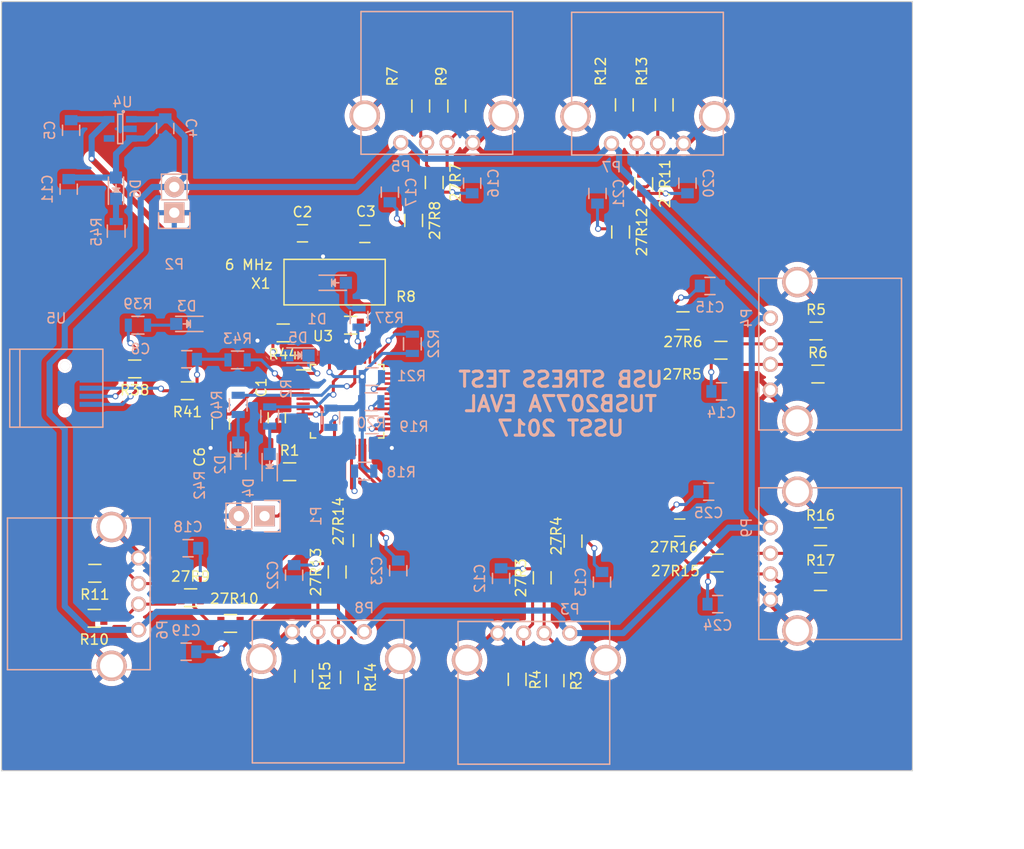
<source format=kicad_pcb>
(kicad_pcb (version 20221018) (generator pcbnew)
  (title_block (title "TUSB2077A USB hub") (date "2016-12-06") (rev "2") (company "USST") (comment 1 "Carl Hofmeister"))
  (layers (0 "F.Cu" signal) (31 "B.Cu" signal) (34 "B.Paste" user) (35 "F.Paste" user) (36 "B.SilkS" user "B.Silkscreen") (37 "F.SilkS" user "F.Silkscreen") (38 "B.Mask" user) (39 "F.Mask" user) (44 "Edge.Cuts" user))
  (net 0 "")
  (net 1 "Net-(27R3-Pad1)")
  (net 2 "Net-(27R4-Pad1)")
  (net 3 "Net-(27R5-Pad1)")
  (net 4 "Net-(27R6-Pad1)")
  (net 5 "Net-(27R7-Pad1)")
  (net 6 "Net-(27R8-Pad1)")
  (net 7 "Net-(27R9-Pad1)")
  (net 8 "Net-(27R10-Pad1)")
  (net 9 "Net-(27R11-Pad1)")
  (net 10 "Net-(27R12-Pad1)")
  (net 11 "Net-(27R13-Pad1)")
  (net 12 "Net-(27R14-Pad1)")
  (net 13 "Net-(27R15-Pad1)")
  (net 14 "Net-(27R16-Pad1)")
  (net 15 "+3.3V")
  (net 16 "GND")
  (net 17 "Net-(C2-Pad1)")
  (net 18 "Net-(C3-Pad1)")
  (net 19 "VCC")
  (net 20 "RST")
  (net 21 "Net-(R8-Pad1)")
  (net 22 "HUBCFG")
  (net 23 "Net-(R38-Pad2)")
  (net 24 "Net-(R39-Pad2)")
  (net 25 "PORTPWR")
  (net 26 "Net-(R41-Pad2)")
  (net 27 "PORTDIS")
  (net 28 "DP0PUR")
  (net 29 "SPND")
  (net 30 "Net-(U3-Pad7)")
  (net 31 "Net-(U3-Pad11)")
  (net 32 "Net-(U3-Pad15)")
  (net 33 "Net-(U3-Pad19)")
  (net 34 "Net-(U3-Pad23)")
  (net 35 "Net-(U3-Pad28)")
  (net 36 "Net-(U3-Pad32)")
  (net 37 "Net-(U3-Pad36)")
  (net 38 "Net-(D1-Pad2)")
  (net 39 "Net-(D2-Pad2)")
  (net 40 "Net-(D3-Pad2)")
  (net 41 "Net-(D4-Pad2)")
  (net 42 "Net-(D5-Pad2)")
  (net 43 "Net-(D6-Pad1)")
  (net 44 "Net-(U4-Pad4)")
  (net 45 "Net-(R1-Pad2)")
  (net 46 "Net-(R2-Pad2)")
  (net 47 "Net-(R18-Pad2)")
  (net 48 "Net-(R19-Pad2)")
  (net 49 "Net-(R20-Pad2)")
  (net 50 "Net-(R21-Pad2)")
  (net 51 "Net-(R22-Pad2)")
  (net 52 "D3_P")
  (net 53 "D5_P")
  (net 54 "D7_P")
  (net 55 "D1_P")
  (net 56 "D6_P")
  (net 57 "D2_P")
  (net 58 "D4_P")
  (net 59 "D0_P")
  (net 60 "D3_N")
  (net 61 "D5_N")
  (net 62 "D7_N")
  (net 63 "D1_N")
  (net 64 "D6_N")
  (net 65 "D2_N")
  (net 66 "D4_N")
  (net 67 "D0_N")
  (footprint "Resistors_SMD:R_0805" (layer "F.Cu") (at 166.1795 120.65 90)
    (fp_text reference "27R3")
    (fp_text value "27R")
  )
  (footprint "Resistors_SMD:R_0805" (layer "F.Cu") (at 169.2275 117.0305 90)
    (fp_text reference "27R4")
    (fp_text value "27R")
  )
  (footprint "Resistors_SMD:R_0805" (layer "F.Cu") (at 183.83 98.171 180)
    (fp_text reference "27R5")
    (fp_text value "27R")
  )
  (footprint "Resistors_SMD:R_0805" (layer "F.Cu") (at 180.086 95.25 180)
    (fp_text reference "27R6")
    (fp_text value "27R")
  )
  (footprint "Resistors_SMD:R_0805" (layer "F.Cu") (at 155.5115 81.5975 -90)
    (fp_text reference "27R7")
    (fp_text value "27R")
  )
  (footprint "Resistors_SMD:R_0805" (layer "F.Cu") (at 153.4795 85.344 -90)
    (fp_text reference "27R8")
    (fp_text value "27R")
  )
  (footprint "Resistors_SMD:R_0805" (layer "F.Cu") (at 131.445 122.6185)
    (fp_text reference "27R9")
    (fp_text value "27R")
  )
  (footprint "Resistors_SMD:R_0805" (layer "F.Cu") (at 135.382 125.1585)
    (fp_text reference "27R10")
    (fp_text value "27R")
  )
  (footprint "Resistors_SMD:R_0805" (layer "F.Cu") (at 176.2125 81.7245 -90)
    (fp_text reference "27R11")
    (fp_text value "27R")
  )
  (footprint "Resistors_SMD:R_0805" (layer "F.Cu") (at 173.9265 86.487 -90)
    (fp_text reference "27R12")
    (fp_text value "27R")
  )
  (footprint "Resistors_SMD:R_0805" (layer "F.Cu") (at 145.923 120.0785 90)
    (fp_text reference "27R13")
    (fp_text value "27R")
  )
  (footprint "Resistors_SMD:R_0805" (layer "F.Cu") (at 148.3995 116.9695 90)
    (fp_text reference "27R14")
    (fp_text value "27R")
  )
  (footprint "Resistors_SMD:R_0805" (layer "F.Cu") (at 183.4515 119.1895 180)
    (fp_text reference "27R15")
    (fp_text value "27R")
  )
  (footprint "Capacitors_SMD:C_0805" (layer "F.Cu") (at 179.7685 115.697 180)
    (fp_text reference "27R16")
    (fp_text value "27R")
  )
  (footprint "Capacitors_SMD:C_0805" (layer "F.Cu") (at 139.954 104.8385 90)
    (fp_text reference "C1")
    (fp_text value "0.1uF")
  )
  (footprint "Capacitors_SMD:C_0805" (layer "F.Cu") (at 142.494 86.614)
    (fp_text reference "C2")
    (fp_text value "33pF")
  )
  (footprint "Capacitors_SMD:C_0805" (layer "F.Cu") (at 148.6535 86.6775 180)
    (fp_text reference "C3")
    (fp_text value "33pF")
  )
  (footprint "Capacitors_SMD:C_0805" (layer "F.Cu") (at 134.4295 105.4735 -90)
    (fp_text reference "C6")
    (fp_text value "22pF")
  )
  (footprint "Resistors_SMD:R_0805" (layer "F.Cu") (at 167.4495 130.81 -90)
    (fp_text reference "R3")
    (fp_text value "15k")
  )
  (footprint "Resistors_SMD:R_0805" (layer "F.Cu") (at 163.703 130.683 -90)
    (fp_text reference "R4")
    (fp_text value "15k")
  )
  (footprint "Resistors_SMD:R_0805" (layer "F.Cu") (at 193.2305 96.266)
    (fp_text reference "R5")
    (fp_text value "15k")
  )
  (footprint "Resistors_SMD:R_0805" (layer "F.Cu") (at 193.421 100.5205)
    (fp_text reference "R6")
    (fp_text value "15k")
  )
  (footprint "Resistors_SMD:R_0805" (layer "F.Cu") (at 154.178 74.041 90)
    (fp_text reference "R7")
    (fp_text value "15k")
  )
  (footprint "Resistors_SMD:R_0805" (layer "F.Cu") (at 147.2565 95.6945)
    (fp_text reference "R8")
    (fp_text value "1.5k")
  )
  (footprint "Resistors_SMD:R_0805" (layer "F.Cu") (at 157.734 74.041 90)
    (fp_text reference "R9")
    (fp_text value "15k")
  )
  (footprint "Resistors_SMD:R_0805" (layer "F.Cu") (at 121.92 124.6505 180)
    (fp_text reference "R10")
    (fp_text value "15k")
  )
  (footprint "Resistors_SMD:R_0805" (layer "F.Cu") (at 121.9835 120.2055 180)
    (fp_text reference "R11")
    (fp_text value "15k")
  )
  (footprint "Resistors_SMD:R_0805" (layer "F.Cu") (at 174.293967 73.926021 90)
    (fp_text reference "R12")
    (fp_text value "15k")
  )
  (footprint "Resistors_SMD:R_0805" (layer "F.Cu") (at 178.230967 73.926021 90)
    (fp_text reference "R13")
    (fp_text value "15k")
  )
  (footprint "Resistors_SMD:R_0805" (layer "F.Cu") (at 147.1295 130.4925 -90)
    (fp_text reference "R14")
    (fp_text value "15k")
  )
  (footprint "Resistors_SMD:R_0805" (layer "F.Cu") (at 142.621 130.3655 -90)
    (fp_text reference "R15")
    (fp_text value "15k")
  )
  (footprint "Resistors_SMD:R_0805" (layer "F.Cu") (at 193.675 116.586)
    (fp_text reference "R16")
    (fp_text value "15k")
  )
  (footprint "Resistors_SMD:R_0805" (layer "F.Cu") (at 193.675 121.031)
    (fp_text reference "R17")
    (fp_text value "15k")
  )
  (footprint "Resistors_SMD:R_0805" (layer "F.Cu") (at 125.9205 100.0125 180)
    (fp_text reference "R38")
    (fp_text value "30")
  )
  (footprint "Resistors_SMD:R_0805" (layer "F.Cu") (at 131.1275 102.1715 180)
    (fp_text reference "R41")
    (fp_text value "30")
  )
  (footprint "Resistors_SMD:R_0805" (layer "F.Cu") (at 140.589 96.4565 180)
    (fp_text reference "R44")
    (fp_text value "1k")
  )
  (footprint "Housings_QFP:TQFP-48_7x7mm_Pitch0.5mm" (layer "F.Cu") (at 146.90852 103.21036)
    (fp_text reference "U3")
    (fp_text value "TUSB2077A")
  )
  (footprint "apro_lib:FOX6MHZ" (layer "F.Cu") (at 145.669 91.44 180)
    (fp_text reference "X1")
    (fp_text value "6 MHz")
  )
  (footprint "Resistors_SMD:R_0805" (layer "F.Cu") (at 141.224 110.1725)
    (fp_text reference "R1")
    (fp_text value "15k")
  )
  (footprint "Capacitors_SMD:C_0805" (layer "B.Cu") (at 128.932022 76.260858 -90)
    (fp_text reference "C4")
    (fp_text value "1uF")
  )
  (footprint "Capacitors_SMD:C_0805" (layer "B.Cu") (at 119.635622 76.438658 -90)
    (fp_text reference "C5")
    (fp_text value "10uF")
  )
  (footprint "Capacitors_SMD:C_0805" (layer "B.Cu") (at 131.064 99.06 180)
    (fp_text reference "C8")
    (fp_text value "22pF")
  )
  (footprint "Capacitors_SMD:C_0805" (layer "B.Cu") (at 119.396862 82.257798 -90)
    (fp_text reference "C11")
    (fp_text value "10uF")
  )
  (footprint "Capacitors_SMD:C_0805" (layer "B.Cu") (at 162.1155 120.7135 -90)
    (fp_text reference "C12")
    (fp_text value "22pF")
  )
  (footprint "Capacitors_SMD:C_0805" (layer "B.Cu") (at 172.085 121.0785 -90)
    (fp_text reference "C13")
    (fp_text value "22pF")
  )
  (footprint "Capacitors_SMD:C_0805" (layer "B.Cu") (at 183.896 102.235)
    (fp_text reference "C14")
    (fp_text value "22pF")
  )
  (footprint "Capacitors_SMD:C_0805" (layer "B.Cu") (at 182.753 91.821)
    (fp_text reference "C15")
    (fp_text value "22pF")
  )
  (footprint "Capacitors_SMD:C_0805" (layer "B.Cu") (at 159.258 81.661 90)
    (fp_text reference "C16")
    (fp_text value "22pF")
  )
  (footprint "Capacitors_SMD:C_0805" (layer "B.Cu") (at 151.13 82.55 90)
    (fp_text reference "C17")
    (fp_text value "22pF")
  )
  (footprint "Capacitors_SMD:C_0805" (layer "B.Cu") (at 131.191 117.729 180)
    (fp_text reference "C18")
    (fp_text value "22pF")
  )
  (footprint "Capacitors_SMD:C_0805" (layer "B.Cu") (at 131.0005 127.9525 180)
    (fp_text reference "C19")
    (fp_text value "22pF")
  )
  (footprint "Capacitors_SMD:C_0805" (layer "B.Cu") (at 180.5305 81.661 90)
    (fp_text reference "C20")
    (fp_text value "22pF")
  )
  (footprint "Capacitors_SMD:C_0805" (layer "B.Cu") (at 171.6405 82.677 90)
    (fp_text reference "C21")
    (fp_text value "22pF")
  )
  (footprint "Capacitors_SMD:C_0805" (layer "B.Cu") (at 141.6685 120.396 -90)
    (fp_text reference "C22")
    (fp_text value "22pF")
  )
  (footprint "Capacitors_SMD:C_0805" (layer "B.Cu") (at 151.9555 119.9515 -90)
    (fp_text reference "C23")
    (fp_text value "22pF")
  )
  (footprint "Capacitors_SMD:C_0805" (layer "B.Cu") (at 183.515 123.2535)
    (fp_text reference "C24")
    (fp_text value "22pF")
  )
  (footprint "Capacitors_SMD:C_0805" (layer "B.Cu") (at 182.626 112.141)
    (fp_text reference "C25")
    (fp_text value "22pF")
  )
  (footprint "Pin_Headers:Pin_Header_Straight_1x02" (layer "B.Cu") (at 138.7475 114.554 90)
    (fp_text reference "P1")
    (fp_text value "CONN_01X02")
  )
  (footprint "Connect:USB_A" (layer "B.Cu") (at 168.91086 126.11312 180)
    (fp_text reference "P3")
    (fp_text value "USB_A")
  )
  (footprint "Connect:USB_A" (layer "B.Cu") (at 188.72412 94.99514 -90)
    (fp_text reference "P4")
    (fp_text value "USB_A")
  )
  (footprint "Connect:USB_A" (layer "B.Cu") (at 152.2095 77.6605)
    (fp_text reference "P5")
    (fp_text value "USB_A")
  )
  (footprint "Connect:USB_A" (layer "B.Cu") (at 126.29938 125.79436 90)
    (fp_text reference "P6")
    (fp_text value "USB_A")
  )
  (footprint "Connect:USB_A" (layer "B.Cu") (at 173.023107 77.733901)
    (fp_text reference "P7")
    (fp_text value "USB_A")
  )
  (footprint "Connect:USB_A" (layer "B.Cu") (at 148.59086 125.98612 180)
    (fp_text reference "P8")
    (fp_text value "USB_A")
  )
  (footprint "Connect:USB_A" (layer "B.Cu") (at 188.72412 115.69614 -90)
    (fp_text reference "P9")
    (fp_text value "USB_A")
  )
  (footprint "Resistors_SMD:R_0805" (layer "B.Cu") (at 148.082 94.9325 90)
    (fp_text reference "R37")
    (fp_text value "1k")
  )
  (footprint "Resistors_SMD:R_0805" (layer "B.Cu") (at 126.238 95.6945 180)
    (fp_text reference "R39")
    (fp_text value "1k")
  )
  (footprint "Resistors_SMD:R_0805" (layer "B.Cu") (at 136.144 103.5685 -90)
    (fp_text reference "R40")
    (fp_text value "1k")
  )
  (footprint "Resistors_SMD:R_0805" (layer "B.Cu") (at 139.2555 104.7115 -90)
    (fp_text reference "R42")
    (fp_text value "1k")
  )
  (footprint "Resistors_SMD:R_0805" (layer "B.Cu") (at 136.0805 99.1235 180)
    (fp_text reference "R43")
    (fp_text value "1.5k")
  )
  (footprint "Resistors_SMD:R_0805" (layer "B.Cu") (at 124.090782 86.403078 90)
    (fp_text reference "R45")
    (fp_text value "1k")
  )
  (footprint "LEDs:LED_0805" (layer "B.Cu") (at 145.7325 91.5035)
    (fp_text reference "D1")
    (fp_text value "LED")
  )
  (footprint "LEDs:LED_0805" (layer "B.Cu") (at 136.144 108.331 90)
    (fp_text reference "D2")
    (fp_text value "LED")
  )
  (footprint "LEDs:LED_0805" (layer "B.Cu") (at 131.064 95.5675 180)
    (fp_text reference "D3")
    (fp_text value "LED")
  )
  (footprint "LEDs:LED_0805" (layer "B.Cu") (at 139.2555 109.474 90)
    (fp_text reference "D4")
    (fp_text value "LED")
  )
  (footprint "LEDs:LED_0805" (layer "B.Cu") (at 142.0495 98.679 180)
    (fp_text reference "D5")
    (fp_text value "LED")
  )
  (footprint "LEDs:LED_0805" (layer "B.Cu") (at 124.070462 82.156198 90)
    (fp_text reference "D6")
    (fp_text value "LED")
  )
  (footprint "TO_SOT_Packages_SMD:SOT-23-5" (layer "B.Cu") (at 124.492102 76.296418 180)
    (fp_text reference "U4")
    (fp_text value "TPS76333")
  )
  (footprint "Pin_Headers:Pin_Header_Straight_1x02" (layer "B.Cu") (at 129.826102 84.579358)
    (fp_text reference "P2")
    (fp_text value "CONN_2")
  )
  (footprint "Resistors_SMD:R_0805" (layer "B.Cu") (at 148.59 110.109 180)
    (fp_text reference "R18")
    (fp_text value "15k")
  )
  (footprint "Resistors_SMD:R_0805" (layer "B.Cu") (at 149.352 105.537)
    (fp_text reference "R19")
    (fp_text value "15k")
  )
  (footprint "Resistors_SMD:R_0805" (layer "B.Cu") (at 149.2885 103.251)
    (fp_text reference "R20")
    (fp_text value "15k")
  )
  (footprint "Resistors_SMD:R_0805" (layer "B.Cu") (at 149.352 100.7745)
    (fp_text reference "R21")
    (fp_text value "15k")
  )
  (footprint "Resistors_SMD:R_0805" (layer "B.Cu") (at 153.3525 97.536 90)
    (fp_text reference "R22")
    (fp_text value "15k")
  )
  (footprint "Resistors_SMD:R_0805" (layer "B.Cu") (at 145.288 104.8385 -90)
    (fp_text reference "R2")
    (fp_text value "15k")
  )
  (footprint "Connect:USB_Mini-B" (layer "B.Cu") (at 118.1735 101.9175)
    (fp_text reference "U5")
    (fp_text value "USB_A_MALE")
  )
  (gr_line (start 202.76 63.716) (end 112.76 63.716) (stroke (width 0.1)) (layer "Edge.Cuts"))
  (gr_line (start 202.76 139.716) (end 202.76 63.716) (stroke (width 0.1)) (layer "Edge.Cuts"))
  (gr_line (start 112.76 139.716) (end 202.76 139.716) (stroke (width 0.1)) (layer "Edge.Cuts"))
  (gr_line (start 112.76 63.716) (end 112.76 139.716) (stroke (width 0.1)) (layer "Edge.Cuts"))
  (gr_text "USB STRESS TEST\nTUSB2077A EVAL\nUSST 2017" (at 168.01 103.466) (layer "B.SilkS") (effects (font (size 1.5 1.5) (thickness 0.3)) (justify mirror)))
  (segment (start 167.4495 129.86) (end 167.4495 127.1905) (width 0.3) (layer "F.Cu") (net 1))
  (segment (start 166.37 121.7905) (end 166.1795 121.6) (width 0.3) (layer "F.Cu") (net 1))
  (segment (start 167.4495 127.1905) (end 166.37 126.111) (width 0.3) (layer "F.Cu") (net 1))
  (segment (start 166.37 126.111) (end 166.37 121.7905) (width 0.3) (layer "F.Cu") (net 1))
  (segment (start 167.507999 120.350001) (end 169.2275 118.6305) (width 0.3) (layer "F.Cu") (net 2))
  (segment (start 169.2275 118.6305) (end 169.2275 117.9805) (width 0.3) (layer "F.Cu") (net 2))
  (segment (start 164.338 126.111) (end 164.338 129.098) (width 0.3) (layer "F.Cu") (net 2))
  (segment (start 165.889497 120.350001) (end 167.507999 120.350001) (width 0.3) (layer "F.Cu") (net 2))
  (segment (start 164.338 126.111) (end 165.229499 125.219501) (width 0.3) (layer "F.Cu") (net 2))
  (segment (start 164.338 129.098) (end 163.703 129.733) (width 0.3) (layer "F.Cu") (net 2))
  (segment (start 165.229499 125.219501) (end 165.229499 121.009999) (width 0.3) (layer "F.Cu") (net 2))
  (segment (start 165.229499 121.009999) (end 165.889497 120.350001) (width 0.3) (layer "F.Cu") (net 2))
  (segment (start 192.2805 96.566) (end 192.2805 96.266) (width 0.3) (layer "F.Cu") (net 3))
  (segment (start 188.722 97.536) (end 185.415 97.536) (width 0.3) (layer "F.Cu") (net 3))
  (segment (start 191.3105 97.536) (end 192.2805 96.566) (width 0.3) (layer "F.Cu") (net 3))
  (segment (start 188.722 97.536) (end 191.3105 97.536) (width 0.3) (layer "F.Cu") (net 3))
  (segment (start 185.415 97.536) (end 184.78 98.171) (width 0.3) (layer "F.Cu") (net 3))
  (segment (start 184.636998 99.568) (end 184.2135 99.144502) (width 0.3) (layer "F.Cu") (net 4))
  (segment (start 184.2135 99.144502) (end 184.2135 99.121001) (width 0.3) (layer "F.Cu") (net 4))
  (segment (start 181.686 95.25) (end 181.036 95.25) (width 0.3) (layer "F.Cu") (net 4))
  (segment (start 184.189999 99.121001) (end 183.530001 98.461003) (width 0.3) (layer "F.Cu") (net 4))
  (segment (start 184.2135 99.121001) (end 184.189999 99.121001) (width 0.3) (layer "F.Cu") (net 4))
  (segment (start 191.8185 99.568) (end 192.471 100.2205) (width 0.3) (layer "F.Cu") (net 4))
  (segment (start 188.722 99.568) (end 184.636998 99.568) (width 0.3) (layer "F.Cu") (net 4))
  (segment (start 183.530001 97.094001) (end 181.686 95.25) (width 0.3) (layer "F.Cu") (net 4))
  (segment (start 188.722 99.568) (end 191.8185 99.568) (width 0.3) (layer "F.Cu") (net 4))
  (segment (start 183.530001 98.461003) (end 183.530001 97.094001) (width 0.3) (layer "F.Cu") (net 4))
  (segment (start 192.471 100.2205) (end 192.471 100.5205) (width 0.3) (layer "F.Cu") (net 4))
  (segment (start 154.75036 79.88636) (end 155.5115 80.6475) (width 0.3) (layer "F.Cu") (net 5))
  (segment (start 154.178 74.991) (end 154.178 77.09026) (width 0.3) (layer "F.Cu") (net 5))
  (segment (start 154.178 77.09026) (end 154.75036 77.66262) (width 0.3) (layer "F.Cu") (net 5))
  (segment (start 154.75036 77.66262) (end 154.75036 79.88636) (width 0.3) (layer "F.Cu") (net 5))
  (segment (start 157.734 74.991) (end 157.734 76.71098) (width 0.3) (layer "F.Cu") (net 6))
  (segment (start 155.801503 81.897499) (end 154.621499 81.897499) (width 0.3) (layer "F.Cu") (net 6))
  (segment (start 156.78236 80.916642) (end 155.801503 81.897499) (width 0.3) (layer "F.Cu") (net 6))
  (segment (start 156.78236 77.66262) (end 156.78236 80.916642) (width 0.3) (layer "F.Cu") (net 6))
  (segment (start 153.4795 83.039498) (end 153.4795 83.744) (width 0.3) (layer "F.Cu") (net 6))
  (segment (start 157.734 76.71098) (end 156.78236 77.66262) (width 0.3) (layer "F.Cu") (net 6))
  (segment (start 153.4795 83.744) (end 153.4795 84.394) (width 0.3) (layer "F.Cu") (net 6))
  (segment (start 154.621499 81.897499) (end 153.4795 83.039498) (width 0.3) (layer "F.Cu") (net 6))
  (segment (start 122.87 124.6505) (end 124.9045 124.6505) (width 0.3) (layer "F.Cu") (net 7))
  (segment (start 124.9045 124.6505) (end 126.3015 123.2535) (width 0.3) (layer "F.Cu") (net 7))
  (segment (start 126.3015 123.2535) (end 129.86 123.2535) (width 0.3) (layer "F.Cu") (net 7))
  (segment (start 129.86 123.2535) (end 130.495 122.6185) (width 0.3) (layer "F.Cu") (net 7))
  (segment (start 133.394998 125.1585) (end 133.782 125.1585) (width 0.3) (layer "F.Cu") (net 8))
  (segment (start 133.782 125.1585) (end 134.432 125.1585) (width 0.3) (layer "F.Cu") (net 8))
  (segment (start 126.3015 121.2215) (end 125.2855 120.2055) (width 0.3) (layer "F.Cu") (net 8))
  (segment (start 125.2855 120.2055) (end 122.9335 120.2055) (width 0.3) (layer "F.Cu") (net 8))
  (segment (start 130.638002 121.2215) (end 131.744999 122.328497) (width 0.3) (layer "F.Cu") (net 8))
  (segment (start 131.744999 123.508501) (end 133.394998 125.1585) (width 0.3) (layer "F.Cu") (net 8))
  (segment (start 131.744999 122.328497) (end 131.744999 123.508501) (width 0.3) (layer "F.Cu") (net 8))
  (segment (start 126.3015 121.2215) (end 130.638002 121.2215) (width 0.3) (layer "F.Cu") (net 8))
  (segment (start 174.293967 76.466021) (end 175.563967 77.736021) (width 0.3) (layer "F.Cu") (net 9))
  (segment (start 174.293967 74.876021) (end 174.293967 76.466021) (width 0.3) (layer "F.Cu") (net 9))
  (segment (start 175.563967 80.125967) (end 176.2125 80.7745) (width 0.3) (layer "F.Cu") (net 9))
  (segment (start 175.563967 77.736021) (end 175.563967 80.125967) (width 0.3) (layer "F.Cu") (net 9))
  (segment (start 175.322499 82.024499) (end 173.9265 83.420498) (width 0.3) (layer "F.Cu") (net 10))
  (segment (start 173.9265 83.420498) (end 173.9265 84.887) (width 0.3) (layer "F.Cu") (net 10))
  (segment (start 173.9265 84.887) (end 173.9265 85.537) (width 0.3) (layer "F.Cu") (net 10))
  (segment (start 177.595967 77.736021) (end 177.595967 80.931035) (width 0.3) (layer "F.Cu") (net 10))
  (segment (start 177.595967 77.736021) (end 177.595967 75.511021) (width 0.3) (layer "F.Cu") (net 10))
  (segment (start 176.502503 82.024499) (end 175.322499 82.024499) (width 0.3) (layer "F.Cu") (net 10))
  (segment (start 177.595967 80.931035) (end 176.502503 82.024499) (width 0.3) (layer "F.Cu") (net 10))
  (segment (start 177.595967 75.511021) (end 178.230967 74.876021) (width 0.3) (layer "F.Cu") (net 10))
  (segment (start 146.05 128.763) (end 146.8295 129.5425) (width 0.3) (layer "F.Cu") (net 11))
  (segment (start 146.05 125.984) (end 146.05 121.1555) (width 0.3) (layer "F.Cu") (net 11))
  (segment (start 146.8295 129.5425) (end 147.1295 129.5425) (width 0.3) (layer "F.Cu") (net 11))
  (segment (start 146.05 125.984) (end 146.05 128.763) (width 0.3) (layer "F.Cu") (net 11))
  (segment (start 146.05 121.1555) (end 145.923 121.0285) (width 0.3) (layer "F.Cu") (net 11))
  (segment (start 145.632997 119.778501) (end 147.190499 119.778501) (width 0.3) (layer "F.Cu") (net 12))
  (segment (start 144.018 128.3185) (end 142.921 129.4155) (width 0.3) (layer "F.Cu") (net 12))
  (segment (start 144.018 125.984) (end 144.018 121.393498) (width 0.3) (layer "F.Cu") (net 12))
  (segment (start 142.921 129.4155) (end 142.621 129.4155) (width 0.3) (layer "F.Cu") (net 12))
  (segment (start 147.190499 119.778501) (end 148.3995 118.5695) (width 0.3) (layer "F.Cu") (net 12))
  (segment (start 144.018 125.984) (end 144.018 128.3185) (width 0.3) (layer "F.Cu") (net 12))
  (segment (start 144.018 121.393498) (end 145.632997 119.778501) (width 0.3) (layer "F.Cu") (net 12))
  (segment (start 148.3995 118.5695) (end 148.3995 117.9195) (width 0.3) (layer "F.Cu") (net 12))
  (segment (start 192.725 116.886) (end 192.725 116.586) (width 0.3) (layer "F.Cu") (net 13))
  (segment (start 191.374 118.237) (end 192.725 116.886) (width 0.3) (layer "F.Cu") (net 13))
  (segment (start 185.054 118.237) (end 184.4015 118.8895) (width 0.3) (layer "F.Cu") (net 13))
  (segment (start 184.4015 118.8895) (end 184.4015 119.1895) (width 0.3) (layer "F.Cu") (net 13))
  (segment (start 188.722 118.237) (end 191.374 118.237) (width 0.3) (layer "F.Cu") (net 13))
  (segment (start 188.722 118.237) (end 185.054 118.237) (width 0.3) (layer "F.Cu") (net 13))
  (segment (start 180.7685 115.822) (end 180.7685 115.697) (width 0.3) (layer "F.Cu") (net 14))
  (segment (start 183.151501 118.205001) (end 180.7685 115.822) (width 0.3) (layer "F.Cu") (net 14))
  (segment (start 183.940998 120.269) (end 183.151501 119.479503) (width 0.3) (layer "F.Cu") (net 14))
  (segment (start 188.722 120.269) (end 183.940998 120.269) (width 0.3) (layer "F.Cu") (net 14))
  (segment (start 192.725 121.031) (end 189.484 121.031) (width 0.3) (layer "F.Cu") (net 14))
  (segment (start 183.151501 119.479503) (end 183.151501 118.205001) (width 0.3) (layer "F.Cu") (net 14))
  (segment (start 189.484 121.031) (end 188.722 120.269) (width 0.3) (layer "F.Cu") (net 14))
  (segment (start 143.20466 96.4565) (end 144.65852 97.91036) (width 0.3) (layer "F.Cu") (net 15))
  (segment (start 140.03214 104.96036) (end 139.954 105.0385) (width 0.3) (layer "F.Cu") (net 15))
  (segment (start 139.3625 93.98) (end 141.539 96.1565) (width 0.6) (layer "F.Cu") (net 15))
  (segment (start 142.55852 104.96036) (end 140.03214 104.96036) (width 0.3) (layer "F.Cu") (net 15))
  (segment (start 141.539 96.4565) (end 143.20466 96.4565) (width 0.3) (layer "F.Cu") (net 15))
  (segment (start 140.274 110.1725) (end 140.274 106.1585) (width 0.3) (layer "F.Cu") (net 15))
  (segment (start 142.55852 104.46036) (end 142.55852 104.96036) (width 0.3) (layer "F.Cu") (net 15))
  (segment (start 121.666 79.261258) (end 136.384742 93.98) (width 0.6) (layer "F.Cu") (net 15))
  (segment (start 139.954 105.0385) (end 139.954 105.8385) (width 0.3) (layer "F.Cu") (net 15))
  (segment (start 142.55852 104.46036) (end 143.76686 104.46036) (width 0.3) (layer "F.Cu") (net 15))
  (segment (start 144.65852 98.86036) (end 145.15852 98.86036) (width 0.3) (layer "F.Cu") (net 15))
  (segment (start 142.55852 103.96036) (end 142.55852 104.46036) (width 0.3) (layer "F.Cu") (net 15))
  (segment (start 143.76686 104.46036) (end 143.8275 104.521) (width 0.3) (layer "F.Cu") (net 15))
  (segment (start 140.274 106.1585) (end 139.954 105.8385) (width 0.3) (layer "F.Cu") (net 15))
  (segment (start 145.161 98.86284) (end 145.15852 98.86036) (width 0.3) (layer "F.Cu") (net 15))
  (segment (start 141.539 96.1565) (end 141.539 96.4565) (width 0.6) (layer "F.Cu") (net 15))
  (segment (start 121.666 79.248) (end 121.666 79.261258) (width 0.6) (layer "F.Cu") (net 15))
  (segment (start 136.384742 93.98) (end 139.3625 93.98) (width 0.6) (layer "F.Cu") (net 15))
  (segment (start 144.65852 97.91036) (end 144.65852 98.86036) (width 0.3) (layer "F.Cu") (net 15))
  (segment (start 145.161 100.33) (end 145.161 98.86284) (width 0.3) (layer "F.Cu") (net 15))
  (via (at 143.8275 104.521) (size 0.6) (drill 0.4) (layers "F.Cu" "B.Cu") (net 15))
  (via (at 121.666 79.248) (size 0.6) (drill 0.4) (layers "F.Cu" "B.Cu") (net 15))
  (via (at 145.161 100.33) (size 0.6) (drill 0.4) (layers "F.Cu" "B.Cu") (net 15))
  (via (at 148.402 100.7745) (size 0.6) (drill 0.4) (layers "F.Cu" "B.Cu") (net 15))
  (segment (start 148.402 103.1875) (end 148.3385 103.251) (width 0.6) (layer "B.Cu") (net 15))
  (segment (start 147.701 103.8885) (end 148.3385 103.251) (width 0.6) (layer "B.Cu") (net 15))
  (segment (start 148.402 109.621) (end 148.89 110.109) (width 0.3) (layer "B.Cu") (net 15))
  (segment (start 145.288 103.8885) (end 147.701 103.8885) (width 0.6) (layer "B.Cu") (net 15))
  (segment (start 148.402 105.537) (end 148.402 109.621) (width 0.3) (layer "B.Cu") (net 15))
  (segment (start 144.6555 104.521) (end 145.288 103.8885) (width 0.3) (layer "B.Cu") (net 15))
  (segment (start 153.3525 98.486) (end 150.3905 98.486) (width 0.3) (layer "B.Cu") (net 15))
  (segment (start 123.392102 75.346418) (end 119.727862 75.346418) (width 0.6) (layer "B.Cu") (net 15))
  (segment (start 148.89 110.109) (end 149.54 110.109) (width 0.3) (layer "B.Cu") (net 15))
  (segment (start 148.402 100.7745) (end 145.6055 100.7745) (width 0.3) (layer "B.Cu") (net 15))
  (segment (start 148.402 105.537) (end 148.402 103.3145) (width 0.6) (layer "B.Cu") (net 15))
  (segment (start 119.727862 75.346418) (end 119.635622 75.438658) (width 0.6) (layer "B.Cu") (net 15))
  (segment (start 121.666 77.07252) (end 121.666 79.248) (width 0.6) (layer "B.Cu") (net 15))
  (segment (start 150.3905 98.486) (end 148.402 100.4745) (width 0.3) (layer "B.Cu") (net 15))
  (segment (start 143.8275 104.521) (end 144.6555 104.521) (width 0.3) (layer "B.Cu") (net 15))
  (segment (start 148.402 100.4745) (end 148.402 100.7745) (width 0.3) (layer "B.Cu") (net 15))
  (segment (start 148.402 100.7745) (end 148.402 103.1875) (width 0.6) (layer "B.Cu") (net 15))
  (segment (start 148.402 103.3145) (end 148.3385 103.251) (width 0.6) (layer "B.Cu") (net 15))
  (segment (start 123.392102 75.346418) (end 121.666 77.07252) (width 0.6) (layer "B.Cu") (net 15))
  (segment (start 145.6055 100.7745) (end 145.161 100.33) (width 0.3) (layer "B.Cu") (net 15))
  (segment (start 139.962142 98.86036) (end 139.861001 98.961501) (width 0.3) (layer "F.Cu") (net 16))
  (segment (start 147.1295 131.4425) (end 149.3545 131.4425) (width 0.6) (layer "F.Cu") (net 16))
  (segment (start 144.15852 98.86036) (end 139.962142 98.86036) (width 0.3) (layer "F.Cu") (net 16))
  (segment (start 126.3015 118.6815) (end 126.3015 118.3005) (width 0.6) (layer "F.Cu") (net 16))
  (segment (start 194.1805 94.2315) (end 191.389 91.44) (width 0.6) (layer "F.Cu") (net 16))
  (segment (start 139.954 103.0385) (end 139.954 103.8385) (width 0.3) (layer "F.Cu") (net 16))
  (segment (start 121.0335 120.2055) (end 121.0335 124.587) (width 0.6) (layer "F.Cu") (net 16))
  (segment (start 139.829 103.8385) (end 139.954 103.8385) (width 0.3) (layer "F.Cu") (net 16))
  (segment (start 194.625 115.377) (end 191.389 112.141) (width 0.6) (layer "F.Cu") (net 16))
  (segment (start 121.0335 120.2055) (end 121.0335 118.2345) (width 0.6) (layer "F.Cu") (net 16))
  (segment (start 134.4295 106.4735) (end 137.319 106.4735) (width 0.3) (layer "F.Cu") (net 16))
  (segment (start 181.090967 72.976021) (end 183.183967 75.069021) (width 0.6) (layer "F.Cu") (net 16))
  (segment (start 126.3015 118.3005) (end 123.6345 115.6335) (width 0.6) (layer "F.Cu") (net 16))
  (segment (start 194.371 102.174) (end 191.389 105.156) (width 0.6) (layer "F.Cu") (net 16))
  (segment (start 188.722 123.19) (end 191.389 125.857) (width 0.6) (layer "F.Cu") (net 16))
  (segment (start 194.371 96.4565) (end 194.1805 96.266) (width 0.6) (layer "F.Cu") (net 16))
  (segment (start 138.049 97.725502) (end 138.049 97.2185) (width 0.3) (layer "F.Cu") (net 16))
  (segment (start 143.494 86.614) (end 143.494 87.868) (width 0.6) (layer "F.Cu") (net 16))
  (segment (start 142.621 131.3155) (end 147.0025 131.3155) (width 0.6) (layer "F.Cu") (net 16))
  (segment (start 194.625 121.031) (end 194.625 122.621) (width 0.6) (layer "F.Cu") (net 16))
  (segment (start 157.734 73.091) (end 160.46574 73.091) (width 0.6) (layer "F.Cu") (net 16))
  (segment (start 158.75 128.778) (end 161.605 131.633) (width 0.6) (layer "F.Cu") (net 16))
  (segment (start 161.798 126.111) (end 161.417 126.111) (width 0.6) (layer "F.Cu") (net 16))
  (segment (start 147.0025 131.3155) (end 147.1295 131.4425) (width 0.6) (layer "F.Cu") (net 16))
  (segment (start 147.59 86.614) (end 147.6535 86.6775) (width 0.6) (layer "F.Cu") (net 16))
  (segment (start 150.55898 73.091) (end 148.65436 74.99562) (width 0.6) (layer "F.Cu") (net 16))
  (segment (start 167.4495 131.76) (end 169.484 131.76) (width 0.6) (layer "F.Cu") (net 16))
  (segment (start 151.05786 107.56036) (end 151.3205 107.823) (width 0.3) (layer "F.Cu") (net 16))
  (segment (start 121.0335 118.2345) (end 123.6345 115.6335) (width 0.6) (layer "F.Cu") (net 16))
  (segment (start 149.3545 131.4425) (end 152.146 128.651) (width 0.6) (layer "F.Cu") (net 16))
  (segment (start 194.625 122.621) (end 191.389 125.857) (width 0.6) (layer "F.Cu") (net 16))
  (segment (start 146.65852 97.43548) (end 146.812 97.282) (width 0.3) (layer "F.Cu") (net 16))
  (segment (start 194.371 100.5205) (end 194.371 102.174) (width 0.6) (layer "F.Cu") (net 16))
  (segment (start 159.70336 77.66262) (end 162.37036 74.99562) (width 0.6) (layer "F.Cu") (net 16))
  (segment (start 141.097 125.984) (end 138.43 128.651) (width 0.6) (layer "F.Cu") (net 16))
  (segment (start 120.97 126.685) (end 123.6345 129.3495) (width 0.6) (layer "F.Cu") (net 16))
  (segment (start 194.625 116.586) (end 194.625 115.377) (width 0.6) (layer "F.Cu") (net 16))
  (segment (start 134.4295 106.4735) (end 134.4295 106.807) (width 0.3) (layer "F.Cu") (net 16))
  (segment (start 154.178 73.091) (end 157.734 73.091) (width 0.6) (layer "F.Cu") (net 16))
  (segment (start 137.319 106.4735) (end 139.029 104.7635) (width 0.3) (layer "F.Cu") (net 16))
  (segment (start 139.284999 98.961501) (end 138.049 97.725502) (width 0.3) (layer "F.Cu") (net 16))
  (segment (start 139.029 104.6385) (end 139.829 103.8385) (width 0.3) (layer "F.Cu") (net 16))
  (segment (start 167.3225 131.633) (end 167.4495 131.76) (width 0.6) (layer "F.Cu") (net 16))
  (segment (start 142.55852 102.46036) (end 140.53214 102.46036) (width 0.3) (layer "F.Cu") (net 16))
  (segment (start 194.625 116.586) (end 194.625 121.031) (width 0.6) (layer "F.Cu") (net 16))
  (segment (start 194.371 100.5205) (end 194.371 96.4565) (width 0.6) (layer "F.Cu") (net 16))
  (segment (start 171.560967 72.976021) (end 169.467967 75.069021) (width 0.6) (layer "F.Cu") (net 16))
  (segment (start 178.230967 72.976021) (end 174.293967 72.976021) (width 0.6) (layer "F.Cu") (net 16))
  (segment (start 188.722 102.108) (end 188.722 102.489) (width 0.6) (layer "F.Cu") (net 16))
  (segment (start 134.4295 106.807) (end 133.4135 107.823) (width 0.3) (layer "F.Cu") (net 16))
  (segment (start 139.861001 98.961501) (end 139.284999 98.961501) (width 0.3) (layer "F.Cu") (net 16))
  (segment (start 149.65852 107.56036) (end 151.05786 107.56036) (width 0.3) (layer "F.Cu") (net 16))
  (segment (start 161.605 131.633) (end 163.703 131.633) (width 0.6) (layer "F.Cu") (net 16))
  (segment (start 143.494 87.868) (end 144.526 88.9) (width 0.6) (layer "F.Cu") (net 16))
  (segment (start 141.478 125.984) (end 141.097 125.984) (width 0.6) (layer "F.Cu") (net 16))
  (segment (start 120.97 124.6505) (end 120.97 126.685) (width 0.6) (layer "F.Cu") (net 16))
  (segment (start 139.029 104.7635) (end 139.029 104.6385) (width 0.3) (layer "F.Cu") (net 16))
  (segment (start 140.53214 102.46036) (end 139.954 103.0385) (width 0.3) (layer "F.Cu") (net 16))
  (segment (start 178.230967 72.976021) (end 181.090967 72.976021) (width 0.6) (layer "F.Cu") (net 16))
  (segment (start 161.417 126.111) (end 158.75 128.778) (width 0.6) (layer "F.Cu") (net 16))
  (segment (start 143.494 86.614) (end 147.59 86.614) (width 0.6) (layer "F.Cu") (net 16))
  (segment (start 154.178 73.091) (end 150.55898 73.091) (width 0.6) (layer "F.Cu") (net 16))
  (segment (start 160.46574 73.091) (end 162.37036 74.99562) (width 0.6) (layer "F.Cu") (net 16))
  (segment (start 121.0335 124.587) (end 120.97 124.6505) (width 0.6) (layer "F.Cu") (net 16))
  (segment (start 159.32236 77.66262) (end 159.70336 77.66262) (width 0.6) (layer "F.Cu") (net 16))
  (segment (start 180.516967 77.736021) (end 183.183967 75.069021) (width 0.6) (layer "F.Cu") (net 16))
  (segment (start 142.621 131.3155) (end 141.0945 131.3155) (width 0.6) (layer "F.Cu") (net 16))
  (segment (start 188.722 122.809) (end 188.722 123.19) (width 0.6) (layer "F.Cu") (net 16))
  (segment (start 174.293967 72.976021) (end 171.560967 72.976021) (width 0.6) (layer "F.Cu") (net 16))
  (segment (start 169.484 131.76) (end 172.466 128.778) (width 0.6) (layer "F.Cu") (net 16))
  (segment (start 163.703 131.633) (end 167.3225 131.633) (width 0.6) (layer "F.Cu") (net 16))
  (segment (start 180.135967 77.736021) (end 180.516967 77.736021) (width 0.6) (layer "F.Cu") (net 16))
  (segment (start 194.1805 96.266) (end 194.1805 94.2315) (width 0.6) (layer "F.Cu") (net 16))
  (segment (start 141.0945 131.3155) (end 138.43 128.651) (width 0.6) (layer "F.Cu") (net 16))
  (segment (start 188.722 102.489) (end 191.389 105.156) (width 0.6) (layer "F.Cu") (net 16))
  (segment (start 146.65852 98.86036) (end 146.65852 97.43548) (width 0.3) (layer "F.Cu") (net 16))
  (via (at 144.526 88.9) (size 0.6) (drill 0.4) (layers "F.Cu" "B.Cu") (net 16))
  (via (at 151.3205 107.823) (size 0.6) (drill 0.4) (layers "F.Cu" "B.Cu") (net 16))
  (via (at 138.049 97.2185) (size 0.6) (drill 0.4) (layers "F.Cu" "B.Cu") (net 16))
  (via (at 146.812 97.282) (size 0.6) (drill 0.4) (layers "F.Cu" "B.Cu") (net 16))
  (via (at 133.4135 107.823) (size 0.6) (drill 0.4) (layers "F.Cu" "B.Cu") (net 16))
  (segment (start 123.1587 100.3173) (end 123.76 99.716) (width 0.25) (layer "B.Cu") (net 16))
  (segment (start 123.76 99.716) (end 123.76 97.966) (width 0.25) (layer "B.Cu") (net 16))
  (segment (start 123.76 97.966) (end 123.26142 97.46742) (width 0.25) (layer "B.Cu") (net 16))
  (segment (start 123.26142 97.46742) (end 121.52376 97.46742) (width 0.25) (layer "B.Cu") (net 16))
  (segment (start 123.6086 101.1174) (end 123.76 100.966) (width 0.3) (layer "B.Cu") (net 16))
  (segment (start 123.76 100.966) (end 123.76 99.716) (width 0.3) (layer "B.Cu") (net 16))
  (segment (start 144.526 91.34602) (end 144.68348 91.5035) (width 0.6) (layer "B.Cu") (net 16))
  (segment (start 121.62282 100.3173) (end 123.1587 100.3173) (width 0.25) (layer "B.Cu") (net 16))
  (segment (start 121.62282 101.1174) (end 123.6086 101.1174) (width 0.3) (layer "B.Cu") (net 16))
  (segment (start 124.462102 76.296418) (end 124.46 76.294316) (width 0.6) (layer "B.Cu") (net 16))
  (segment (start 144.526 88.9) (end 144.526 91.34602) (width 0.6) (layer "B.Cu") (net 16))
  (segment (start 124.46 76.294316) (end 124.46 73.4695) (width 0.6) (layer "B.Cu") (net 16))
  (segment (start 125.592102 76.296418) (end 124.462102 76.296418) (width 0.6) (layer "B.Cu") (net 16))
  (segment (start 141.494 91.365) (end 141.419 91.44) (width 0.3) (layer "F.Cu") (net 17))
  (segment (start 141.419 93.24) (end 145.65852 97.47952) (width 0.3) (layer "F.Cu") (net 17))
  (segment (start 141.419 91.44) (end 141.419 93.24) (width 0.3) (layer "F.Cu") (net 17))
  (segment (start 145.65852 97.47952) (end 145.65852 97.91036) (width 0.3) (layer "F.Cu") (net 17))
  (segment (start 145.65852 97.91036) (end 145.65852 98.86036) (width 0.3) (layer "F.Cu") (net 17))
  (segment (start 141.494 86.614) (end 141.494 91.365) (width 0.3) (layer "F.Cu") (net 17))
  (segment (start 148.8565 95.6945) (end 149.919 94.632) (width 0.3) (layer "F.Cu") (net 18))
  (segment (start 149.919 93.24) (end 149.919 91.44) (width 0.3) (layer "F.Cu") (net 18))
  (segment (start 148.2065 95.6945) (end 148.8565 95.6945) (width 0.3) (layer "F.Cu") (net 18))
  (segment (start 149.919 86.943) (end 149.6535 86.6775) (width 0.3) (layer "F.Cu") (net 18))
  (segment (start 149.919 91.44) (end 149.919 86.943) (width 0.3) (layer "F.Cu") (net 18))
  (segment (start 149.919 94.632) (end 149.919 93.24) (width 0.3) (layer "F.Cu") (net 18))
  (segment (start 121.3375 125.7935) (end 119.01 123.466) (width 0.6) (layer "B.Cu") (net 19))
  (segment (start 119.01 123.466) (end 119.01 105.966) (width 0.6) (layer "B.Cu") (net 19))
  (segment (start 119.01 105.966) (end 117.51 104.466) (width 0.6) (layer "B.Cu") (net 19))
  (segment (start 117.51 104.466) (end 117.51 99.466) (width 0.6) (layer "B.Cu") (net 19))
  (segment (start 117.51 99.466) (end 119.01 97.966) (width 0.6) (layer "B.Cu") (net 19))
  (segment (start 119.01 97.966) (end 119.01 95.716) (width 0.6) (layer "B.Cu") (net 19))
  (segment (start 119.01 95.716) (end 126.51 88.216) (width 0.6) (layer "B.Cu") (net 19))
  (segment (start 126.51 88.216) (end 126.51 83.216) (width 0.6) (layer "B.Cu") (net 19))
  (segment (start 126.51 83.216) (end 127.686642 82.039358) (width 0.6) (layer "B.Cu") (net 19))
  (segment (start 127.686642 82.039358) (end 129.826102 82.039358) (width 0.6) (layer "B.Cu") (net 19))
  (segment (start 173.774536 78.48659) (end 173.774536 80.048536) (width 0.6) (layer "B.Cu") (net 19))
  (segment (start 129.057022 75.260858) (end 130.8735 77.077336) (width 0.6) (layer "B.Cu") (net 19))
  (segment (start 152.973514 77.66262) (end 154.558894 79.248) (width 0.6) (layer "B.Cu") (net 19))
  (segment (start 186.8805 113.8555) (end 188.722 115.697) (width 0.6) (layer "B.Cu") (net 19))
  (segment (start 150.6855 123.8885) (end 148.59 125.984) (width 0.6) (layer "B.Cu") (net 19))
  (segment (start 186.8805 95.776034) (end 186.8805 113.8555) (width 0.6) (layer "B.Cu") (net 19))
  (segment (start 125.592102 77.246418) (end 126.946462 77.246418) (width 0.6) (layer "B.Cu") (net 19))
  (segment (start 167.259 123.8885) (end 150.6855 123.8885) (width 0.6) (layer "B.Cu") (net 19))
  (segment (start 119.547482 81.107178) (end 119.396862 81.257798) (width 0.6) (layer "B.Cu") (net 19))
  (segment (start 125.592102 75.346418) (end 128.846462 75.346418) (width 0.6) (layer "B.Cu") (net 19))
  (segment (start 128.846462 75.346418) (end 128.932022 75.260858) (width 0.6) (layer "B.Cu") (net 19))
  (segment (start 128.0795 124.0155) (end 126.3015 125.7935) (width 0.6) (layer "B.Cu") (net 19))
  (segment (start 187.971431 94.245431) (end 188.722 94.996) (width 0.6) (layer "B.Cu") (net 19))
  (segment (start 184.5945 115.697) (end 174.1805 126.111) (width 0.6) (layer "B.Cu") (net 19))
  (segment (start 168.159431 125.360431) (end 168.159431 124.788931) (width 0.6) (layer "B.Cu") (net 19))
  (segment (start 168.159431 124.788931) (end 167.259 123.8885) (width 0.6) (layer "B.Cu") (net 19))
  (segment (start 145.858346 124.0155) (end 128.0795 124.0155) (width 0.6) (layer "B.Cu") (net 19))
  (segment (start 154.558894 79.248) (end 171.511988 79.248) (width 0.6) (layer "B.Cu") (net 19))
  (segment (start 152.21036 77.66262) (end 152.973514 77.66262) (width 0.6) (layer "B.Cu") (net 19))
  (segment (start 130.8735 77.077336) (end 130.8735 80.99196) (width 0.6) (layer "B.Cu") (net 19))
  (segment (start 168.91 126.111) (end 168.159431 125.360431) (width 0.6) (layer "B.Cu") (net 19))
  (segment (start 173.774536 80.048536) (end 187.971431 94.245431) (width 0.6) (layer "B.Cu") (net 19))
  (segment (start 130.8735 80.99196) (end 129.826102 82.039358) (width 0.6) (layer "B.Cu") (net 19))
  (segment (start 173.023967 77.736021) (end 173.774536 78.48659) (width 0.6) (layer "B.Cu") (net 19))
  (segment (start 128.932022 75.260858) (end 129.057022 75.260858) (width 0.6) (layer "B.Cu") (net 19))
  (segment (start 148.59 125.984) (end 147.826846 125.984) (width 0.6) (layer "B.Cu") (net 19))
  (segment (start 147.833622 82.039358) (end 152.21036 77.66262) (width 0.6) (layer "B.Cu") (net 19))
  (segment (start 171.511988 79.248) (end 173.023967 77.736021) (width 0.6) (layer "B.Cu") (net 19))
  (segment (start 124.070462 81.107178) (end 124.070462 78.768058) (width 0.6) (layer "B.Cu") (net 19))
  (segment (start 187.660534 94.996) (end 186.8805 95.776034) (width 0.6) (layer "B.Cu") (net 19))
  (segment (start 188.722 94.996) (end 187.660534 94.996) (width 0.6) (layer "B.Cu") (net 19))
  (segment (start 174.1805 126.111) (end 168.91 126.111) (width 0.6) (layer "B.Cu") (net 19))
  (segment (start 126.3015 125.7935) (end 121.3375 125.7935) (width 0.6) (layer "B.Cu") (net 19))
  (segment (start 124.070462 78.768058) (end 125.592102 77.246418) (width 0.6) (layer "B.Cu") (net 19))
  (segment (start 129.826102 82.039358) (end 147.833622 82.039358) (width 0.6) (layer "B.Cu") (net 19))
  (segment (start 188.722 115.697) (end 184.5945 115.697) (width 0.6) (layer "B.Cu") (net 19))
  (segment (start 126.946462 77.246418) (end 128.932022 75.260858) (width 0.6) (layer "B.Cu") (net 19))
  (segment (start 124.070462 81.107178) (end 119.547482 81.107178) (width 0.6) (layer "B.Cu") (net 19))
  (segment (start 147.826846 125.984) (end 145.858346 124.0155) (width 0.6) (layer "B.Cu") (net 19))
  (segment (start 144.427501 106.079999) (end 143.00853 107.49897) (width 0.3) (layer "F.Cu") (net 20))
  (segment (start 143.50852 102.96036) (end 144.427501 103.879341) (width 0.3) (layer "F.Cu") (net 20))
  (segment (start 144.427501 103.879341) (end 144.427501 106.079999) (width 0.3) (layer "F.Cu") (net 20))
  (segment (start 140.0635 114.554) (end 138.7475 114.554) (width 0.3) (layer "F.Cu") (net 20))
  (segment (start 142.55852 102.96036) (end 143.50852 102.96036) (width 0.3) (layer "F.Cu") (net 20))
  (segment (start 143.00853 107.49897) (end 143.00853 111.60897) (width 0.3) (layer "F.Cu") (net 20))
  (segment (start 143.00853 111.60897) (end 140.0635 114.554) (width 0.3) (layer "F.Cu") (net 20))
  (segment (start 146.15852 97.91036) (end 146.15852 98.86036) (width 0.3) (layer "F.Cu") (net 21))
  (segment (start 146.15852 96.79248) (end 146.15852 97.91036) (width 0.3) (layer "F.Cu") (net 21))
  (segment (start 146.3065 96.6445) (end 146.15852 96.79248) (width 0.3) (layer "F.Cu") (net 21))
  (segment (start 146.3065 95.6945) (end 146.3065 96.6445) (width 0.3) (layer "F.Cu") (net 21))
  (segment (start 148.15852 97.48552) (end 147.955 97.282) (width 0.3) (layer "F.Cu") (net 22))
  (segment (start 148.15852 98.86036) (end 148.15852 97.48552) (width 0.3) (layer "F.Cu") (net 22))
  (via (at 147.955 97.282) (size 0.6) (drill 0.4) (layers "F.Cu" "B.Cu") (net 22))
  (segment (start 147.955 97.282) (end 147.955 96.0095) (width 0.3) (layer "B.Cu") (net 22))
  (segment (start 147.955 96.0095) (end 148.082 95.8825) (width 0.3) (layer "B.Cu") (net 22))
  (segment (start 124.01 102.716) (end 124.9705 101.7555) (width 0.3) (layer "F.Cu") (net 23))
  (segment (start 124.9705 101.7555) (end 124.9705 100.0125) (width 0.3) (layer "F.Cu") (net 23))
  (segment (start 124.9705 100.3125) (end 124.9705 100.0125) (width 0.3) (layer "F.Cu") (net 23))
  (via (at 124.01 102.716) (size 0.6) (drill 0.4) (layers "F.Cu" "B.Cu") (net 23))
  (segment (start 124.0084 102.7176) (end 124.01 102.716) (width 0.3) (layer "B.Cu") (net 23))
  (segment (start 121.62282 102.7176) (end 124.0084 102.7176) (width 0.3) (layer "B.Cu") (net 23))
  (segment (start 125.51 102.716) (end 126.01 102.216) (width 0.3) (layer "F.Cu") (net 24))
  (segment (start 126.01 102.216) (end 126.01 97.966) (width 0.3) (layer "F.Cu") (net 24))
  (segment (start 126.01 97.966) (end 125.51 97.466) (width 0.3) (layer "F.Cu") (net 24))
  (via (at 125.51 97.466) (size 0.6) (drill 0.4) (layers "F.Cu" "B.Cu") (net 24))
  (via (at 125.51 102.716) (size 0.6) (drill 0.4) (layers "F.Cu" "B.Cu") (net 24))
  (segment (start 124.7083 103.5177) (end 125.51 102.716) (width 0.3) (layer "B.Cu") (net 24))
  (segment (start 125.51 97.466) (end 125.288 97.244) (width 0.3) (layer "B.Cu") (net 24))
  (segment (start 125.288 97.244) (end 125.288 95.6945) (width 0.3) (layer "B.Cu") (net 24))
  (segment (start 121.62282 103.5177) (end 124.7083 103.5177) (width 0.3) (layer "B.Cu") (net 24))
  (segment (start 147.65852 101.368244) (end 147.65852 99.81036) (width 0.3) (layer "F.Cu") (net 25))
  (segment (start 146.8755 101.727) (end 147.299764 101.727) (width 0.3) (layer "F.Cu") (net 25))
  (segment (start 147.299764 101.727) (end 147.65852 101.368244) (width 0.3) (layer "F.Cu") (net 25))
  (segment (start 147.65852 99.81036) (end 147.65852 98.86036) (width 0.3) (layer "F.Cu") (net 25))
  (via (at 146.8755 101.727) (size 0.6) (drill 0.4) (layers "F.Cu" "B.Cu") (net 25))
  (segment (start 136.144 102.6185) (end 144.381588 102.6185) (width 0.3) (layer "B.Cu") (net 25))
  (segment (start 145.273088 101.727) (end 146.8755 101.727) (width 0.3) (layer "B.Cu") (net 25))
  (segment (start 144.381588 102.6185) (end 145.273088 101.727) (width 0.3) (layer "B.Cu") (net 25))
  (segment (start 128.51 101.966) (end 128.7155 102.1715) (width 0.3) (layer "F.Cu") (net 26))
  (segment (start 128.7155 102.1715) (end 130.1775 102.1715) (width 0.3) (layer "F.Cu") (net 26))
  (via (at 128.51 101.966) (size 0.6) (drill 0.4) (layers "F.Cu" "B.Cu") (net 26))
  (segment (start 128.4615 101.9175) (end 128.51 101.966) (width 0.3) (layer "B.Cu") (net 26))
  (segment (start 121.62282 101.9175) (end 128.4615 101.9175) (width 0.3) (layer "B.Cu") (net 26))
  (segment (start 145.542 102.5525) (end 145.542 101.291882) (width 0.3) (layer "F.Cu") (net 27))
  (segment (start 147.15852 99.81036) (end 147.15852 98.86036) (width 0.3) (layer "F.Cu") (net 27))
  (segment (start 145.542 101.291882) (end 147.023521 99.810361) (width 0.3) (layer "F.Cu") (net 27))
  (segment (start 147.023521 99.810361) (end 147.15852 99.81036) (width 0.3) (layer "F.Cu") (net 27))
  (via (at 145.542 102.5525) (size 0.6) (drill 0.4) (layers "F.Cu" "B.Cu") (net 27))
  (segment (start 145.083998 102.5525) (end 145.542 102.5525) (width 0.3) (layer "B.Cu") (net 27))
  (segment (start 139.2555 103.7615) (end 143.874998 103.7615) (width 0.3) (layer "B.Cu") (net 27))
  (segment (start 143.874998 103.7615) (end 145.083998 102.5525) (width 0.3) (layer "B.Cu") (net 27))
  (segment (start 140.26686 100.96036) (end 139.7635 100.457) (width 0.3) (layer "F.Cu") (net 28))
  (segment (start 142.55852 100.96036) (end 140.26686 100.96036) (width 0.3) (layer "F.Cu") (net 28))
  (via (at 139.7635 100.457) (size 0.6) (drill 0.4) (layers "F.Cu" "B.Cu") (net 28))
  (segment (start 139.7635 100.457) (end 138.43 99.1235) (width 0.3) (layer "B.Cu") (net 28))
  (segment (start 138.43 99.1235) (end 137.0305 99.1235) (width 0.3) (layer "B.Cu") (net 28))
  (segment (start 142.56188 100.457) (end 142.55852 100.46036) (width 0.3) (layer "F.Cu") (net 29))
  (segment (start 143.9545 100.457) (end 142.56188 100.457) (width 0.3) (layer "F.Cu") (net 29))
  (via (at 143.9545 100.457) (size 0.6) (drill 0.4) (layers "F.Cu" "B.Cu") (net 29))
  (segment (start 143.09852 98.679) (end 143.09852 99.60102) (width 0.3) (layer "B.Cu") (net 29))
  (segment (start 143.09852 99.60102) (end 143.9545 100.457) (width 0.3) (layer "B.Cu") (net 29))
  (segment (start 148.082 93.9825) (end 147.132 93.9825) (width 0.3) (layer "B.Cu") (net 38))
  (segment (start 146.78152 93.63202) (end 146.78152 92.40294) (width 0.3) (layer "B.Cu") (net 38))
  (segment (start 147.132 93.9825) (end 146.78152 93.63202) (width 0.3) (layer "B.Cu") (net 38))
  (segment (start 146.78152 92.40294) (end 146.78152 91.5035) (width 0.3) (layer "B.Cu") (net 38))
  (segment (start 136.144 107.28198) (end 136.144 104.5185) (width 0.3) (layer "B.Cu") (net 39))
  (segment (start 127.188 95.6945) (end 129.88798 95.6945) (width 0.3) (layer "B.Cu") (net 40))
  (segment (start 129.88798 95.6945) (end 130.01498 95.5675) (width 0.3) (layer "B.Cu") (net 40))
  (segment (start 139.2555 108.42498) (end 139.2555 105.6615) (width 0.3) (layer "B.Cu") (net 41))
  (segment (start 139.573 96.5225) (end 139.639 96.4565) (width 0.3) (layer "F.Cu") (net 42))
  (segment (start 139.573 98.3615) (end 139.573 96.5225) (width 0.3) (layer "F.Cu") (net 42))
  (via (at 139.573 98.3615) (size 0.6) (drill 0.4) (layers "F.Cu" "B.Cu") (net 42))
  (segment (start 141.00048 98.679) (end 139.8905 98.679) (width 0.3) (layer "B.Cu") (net 42))
  (segment (start 139.8905 98.679) (end 139.573 98.3615) (width 0.3) (layer "B.Cu") (net 42))
  (segment (start 124.070462 85.432758) (end 124.090782 85.453078) (width 0.6) (layer "B.Cu") (net 43))
  (segment (start 124.070462 83.205218) (end 124.070462 85.432758) (width 0.6) (layer "B.Cu") (net 43))
  (segment (start 142.55852 109.78798) (end 142.174 110.1725) (width 0.3) (layer "F.Cu") (net 45))
  (segment (start 142.55852 105.96036) (end 142.55852 109.78798) (width 0.3) (layer "F.Cu") (net 45))
  (segment (start 145.7325 104.8385) (end 145.65852 104.91248) (width 0.3) (layer "F.Cu") (net 46))
  (segment (start 145.65852 104.91248) (end 145.65852 107.56036) (width 0.3) (layer "F.Cu") (net 46))
  (via (at 145.7325 104.8385) (size 0.6) (drill 0.4) (layers "F.Cu" "B.Cu") (net 46))
  (segment (start 145.288 105.283) (end 145.7325 104.8385) (width 0.3) (layer "B.Cu") (net 46))
  (segment (start 145.288 105.7885) (end 145.288 105.283) (width 0.3) (layer "B.Cu") (net 46))
  (segment (start 147.337501 108.696381) (end 147.523521 108.510361) (width 0.3) (layer "F.Cu") (net 47))
  (segment (start 147.523521 108.510361) (end 147.65852 108.51036) (width 0.3) (layer "F.Cu") (net 47))
  (segment (start 147.65852 108.51036) (end 147.65852 107.56036) (width 0.3) (layer "F.Cu") (net 47))
  (segment (start 147.6375 112.0775) (end 147.337501 111.777501) (width 0.3) (layer "F.Cu") (net 47))
  (segment (start 147.337501 111.777501) (end 147.337501 108.696381) (width 0.3) (layer "F.Cu") (net 47))
  (via (at 147.6375 112.0775) (size 0.6) (drill 0.4) (layers "F.Cu" "B.Cu") (net 47))
  (segment (start 147.64 110.109) (end 147.64 112.075) (width 0.3) (layer "B.Cu") (net 47))
  (segment (start 147.64 112.075) (end 147.6375 112.0775) (width 0.3) (layer "B.Cu") (net 47))
  (segment (start 149.352 105.918) (end 151.21616 105.918) (width 0.3) (layer "F.Cu") (net 48))
  (segment (start 151.21616 105.918) (end 151.25852 105.96036) (width 0.3) (layer "F.Cu") (net 48))
  (via (at 149.352 105.918) (size 0.6) (drill 0.4) (layers "F.Cu" "B.Cu") (net 48))
  (segment (start 150.302 105.537) (end 149.733 105.537) (width 0.3) (layer "B.Cu") (net 48))
  (segment (start 149.733 105.537) (end 149.352 105.918) (width 0.3) (layer "B.Cu") (net 48))
  (segment (start 149.2885 103.886) (end 149.36286 103.96036) (width 0.3) (layer "F.Cu") (net 49))
  (segment (start 149.36286 103.96036) (end 151.25852 103.96036) (width 0.3) (layer "F.Cu") (net 49))
  (via (at 149.2885 103.886) (size 0.6) (drill 0.4) (layers "F.Cu" "B.Cu") (net 49))
  (segment (start 150.2385 103.251) (end 149.9235 103.251) (width 0.3) (layer "B.Cu") (net 49))
  (segment (start 149.9235 103.251) (end 149.2885 103.886) (width 0.3) (layer "B.Cu") (net 49))
  (segment (start 149.5425 101.981) (end 151.23788 101.981) (width 0.3) (layer "F.Cu") (net 50))
  (segment (start 151.23788 101.981) (end 151.25852 101.96036) (width 0.3) (layer "F.Cu") (net 50))
  (via (at 149.5425 101.981) (size 0.6) (drill 0.4) (layers "F.Cu" "B.Cu") (net 50))
  (segment (start 150.302 100.7745) (end 150.302 101.2215) (width 0.3) (layer "B.Cu") (net 50))
  (segment (start 150.302 101.2215) (end 149.5425 101.981) (width 0.3) (layer "B.Cu") (net 50))
  (segment (start 151.003 97.2185) (end 151.003 97.51588) (width 0.3) (layer "F.Cu") (net 51))
  (segment (start 151.003 97.51588) (end 149.65852 98.86036) (width 0.3) (layer "F.Cu") (net 51))
  (via (at 151.003 97.2185) (size 0.6) (drill 0.4) (layers "F.Cu" "B.Cu") (net 51))
  (segment (start 151.6355 96.586) (end 151.003 97.2185) (width 0.3) (layer "B.Cu") (net 51))
  (segment (start 153.3525 96.586) (end 151.6355 96.586) (width 0.3) (layer "B.Cu") (net 51))
  (segment (start 148.65852 107.56036) (end 148.658519 107.560361) (width 0.3) (layer "F.Cu") (net 52))
  (segment (start 169.2275 115.4305) (end 169.2275 116.0805) (width 0.3) (layer "F.Cu") (net 52))
  (segment (start 165.076552 111.8275) (end 165.076552 111.87749) (width 0.3) (layer "F.Cu") (net 52))
  (segment (start 148.658519 107.560361) (end 148.658519 109.569967) (width 0.3) (layer "F.Cu") (net 52))
  (segment (start 169.2275 116.0805) (end 169.6745 116.0805) (width 0.3) (layer "F.Cu") (net 52))
  (segment (start 165.076552 111.87749) (end 165.674494 111.877494) (width 0.3) (layer "F.Cu") (net 52))
  (segment (start 169.6745 116.0805) (end 171.323 117.729) (width 0.3) (layer "F.Cu") (net 52))
  (segment (start 150.916052 111.8275) (end 165.076552 111.8275) (width 0.3) (layer "F.Cu") (net 52))
  (segment (start 165.674494 111.877494) (end 169.2275 115.4305) (width 0.3) (layer "F.Cu") (net 52))
  (segment (start 148.658519 109.569967) (end 150.916052 111.8275) (width 0.3) (layer "F.Cu") (net 52))
  (via (at 171.323 117.729) (size 0.6) (drill 0.4) (layers "F.Cu" "B.Cu") (net 52))
  (segment (start 171.323 117.729) (end 171.323 119.3165) (width 0.3) (layer "B.Cu") (net 52))
  (segment (start 171.323 119.3165) (end 172.085 120.0785) (width 0.3) (layer "B.Cu") (net 52))
  (segment (start 151.25852 102.96036) (end 151.258521 102.960361) (width 0.3) (layer "F.Cu") (net 53))
  (segment (start 151.258521 102.960361) (end 167.513587 102.960361) (width 0.3) (layer "F.Cu") (net 53))
  (segment (start 179.136 93.7235) (end 179.8955 92.964) (width 0.3) (layer "F.Cu") (net 53))
  (segment (start 175.223948 95.25) (end 179.136 95.25) (width 0.3) (layer "F.Cu") (net 53))
  (segment (start 167.513587 102.960361) (end 175.223948 95.25) (width 0.3) (layer "F.Cu") (net 53))
  (segment (start 179.136 95.25) (end 179.136 93.7235) (width 0.3) (layer "F.Cu") (net 53))
  (via (at 179.8955 92.964) (size 0.6) (drill 0.4) (layers "F.Cu" "B.Cu") (net 53))
  (segment (start 180.61 92.964) (end 181.753 91.821) (width 0.3) (layer "B.Cu") (net 53))
  (segment (start 179.8955 92.964) (end 180.61 92.964) (width 0.3) (layer "B.Cu") (net 53))
  (segment (start 148.65852 98.86036) (end 148.658521 98.860359) (width 0.3) (layer "F.Cu") (net 54))
  (segment (start 153.4795 86.294) (end 152.969 86.294) (width 0.3) (layer "F.Cu") (net 54))
  (segment (start 155.011501 87.826001) (end 153.4795 86.294) (width 0.3) (layer "F.Cu") (net 54))
  (segment (start 148.658521 98.860359) (end 148.658521 97.494927) (width 0.3) (layer "F.Cu") (net 54))
  (segment (start 148.658521 97.494927) (end 155.011501 91.141947) (width 0.3) (layer "F.Cu") (net 54))
  (segment (start 155.011501 91.141947) (end 155.011501 87.826001) (width 0.3) (layer "F.Cu") (net 54))
  (segment (start 152.969 86.294) (end 151.8285 85.1535) (width 0.3) (layer "F.Cu") (net 54))
  (via (at 151.8285 85.1535) (size 0.6) (drill 0.4) (layers "F.Cu" "B.Cu") (net 54))
  (segment (start 151.8285 85.1535) (end 151.8285 84.2485) (width 0.3) (layer "B.Cu") (net 54))
  (segment (start 151.8285 84.2485) (end 151.13 83.55) (width 0.3) (layer "B.Cu") (net 54))
  (segment (start 136.332 125.796) (end 136.332 125.1585) (width 0.3) (layer "F.Cu") (net 55))
  (segment (start 134.493 127.635) (end 136.332 125.796) (width 0.3) (layer "F.Cu") (net 55))
  (segment (start 136.332 125.1585) (end 136.982 125.1585) (width 0.3) (layer "F.Cu") (net 55))
  (segment (start 136.982 125.1585) (end 139.446 122.6945) (width 0.3) (layer "F.Cu") (net 55))
  (segment (start 144.65852 107.56036) (end 144.658519 107.560361) (width 0.3) (layer "F.Cu") (net 55))
  (segment (start 144.658519 107.560361) (end 144.658519 114.645534) (width 0.3) (layer "F.Cu") (net 55))
  (segment (start 144.658519 114.645534) (end 139.446 119.858053) (width 0.3) (layer "F.Cu") (net 55))
  (segment (start 139.446 122.6945) (end 139.446 119.858053) (width 0.3) (layer "F.Cu") (net 55))
  (via (at 134.493 127.635) (size 0.6) (drill 0.4) (layers "F.Cu" "B.Cu") (net 55))
  (segment (start 134.1755 127.9525) (end 134.493 127.635) (width 0.3) (layer "B.Cu") (net 55))
  (segment (start 132.0005 127.9525) (end 134.1755 127.9525) (width 0.3) (layer "B.Cu") (net 55))
  (segment (start 172.659 86.1695) (end 173.9265 87.437) (width 0.3) (layer "F.Cu") (net 56))
  (segment (start 163.798587 100.960361) (end 173.9265 90.832448) (width 0.3) (layer "F.Cu") (net 56))
  (segment (start 151.258521 100.960361) (end 163.798587 100.960361) (width 0.3) (layer "F.Cu") (net 56))
  (segment (start 171.704 86.1695) (end 172.659 86.1695) (width 0.3) (layer "F.Cu") (net 56))
  (segment (start 151.25852 100.96036) (end 151.258521 100.960361) (width 0.3) (layer "F.Cu") (net 56))
  (segment (start 173.9265 90.832448) (end 173.9265 87.437) (width 0.3) (layer "F.Cu") (net 56))
  (via (at 171.704 86.1695) (size 0.6) (drill 0.4) (layers "F.Cu" "B.Cu") (net 56))
  (segment (start 171.6405 86.106) (end 171.704 86.1695) (width 0.3) (layer "B.Cu") (net 56))
  (segment (start 171.6405 83.677) (end 171.6405 86.106) (width 0.3) (layer "B.Cu") (net 56))
  (segment (start 146.65852 107.56036) (end 146.65852 114.57852) (width 0.3) (layer "F.Cu") (net 57))
  (segment (start 148.0995 116.0195) (end 148.3995 116.0195) (width 0.3) (layer "F.Cu") (net 57))
  (segment (start 148.3995 116.0195) (end 150.0555 116.0195) (width 0.3) (layer "F.Cu") (net 57))
  (segment (start 150.0555 116.0195) (end 150.749 116.713) (width 0.3) (layer "F.Cu") (net 57))
  (segment (start 146.65852 114.57852) (end 148.0995 116.0195) (width 0.3) (layer "F.Cu") (net 57))
  (via (at 150.749 116.713) (size 0.6) (drill 0.4) (layers "F.Cu" "B.Cu") (net 57))
  (segment (start 150.749 116.713) (end 150.749 117.745) (width 0.3) (layer "B.Cu") (net 57))
  (segment (start 150.749 117.745) (end 151.9555 118.9515) (width 0.3) (layer "B.Cu") (net 57))
  (segment (start 178.7685 114.0935) (end 179.451 113.411) (width 0.3) (layer "F.Cu") (net 58))
  (segment (start 151.258521 104.960361) (end 163.352913 104.960361) (width 0.3) (layer "F.Cu") (net 58))
  (segment (start 178.7685 115.697) (end 177.9685 115.697) (width 0.3) (layer "F.Cu") (net 58))
  (segment (start 177.782 115.5105) (end 173.903052 115.5105) (width 0.3) (layer "F.Cu") (net 58))
  (segment (start 151.25852 104.96036) (end 151.258521 104.960361) (width 0.3) (layer "F.Cu") (net 58))
  (segment (start 163.352913 104.960361) (end 173.903052 115.5105) (width 0.3) (layer "F.Cu") (net 58))
  (segment (start 178.7685 115.697) (end 178.7685 114.0935) (width 0.3) (layer "F.Cu") (net 58))
  (segment (start 177.9685 115.697) (end 177.782 115.5105) (width 0.3) (layer "F.Cu") (net 58))
  (via (at 179.451 113.411) (size 0.6) (drill 0.4) (layers "F.Cu" "B.Cu") (net 58))
  (segment (start 179.451 113.411) (end 180.356 113.411) (width 0.3) (layer "B.Cu") (net 58))
  (segment (start 180.356 113.411) (end 181.626 112.141) (width 0.3) (layer "B.Cu") (net 58))
  (segment (start 134.075947 102.1715) (end 132.0775 102.1715) (width 0.3) (layer "F.Cu") (net 59))
  (segment (start 132.0775 102.1715) (end 132.0775 100.5865) (width 0.3) (layer "F.Cu") (net 59))
  (segment (start 134.787086 101.460361) (end 134.075947 102.1715) (width 0.3) (layer "F.Cu") (net 59))
  (segment (start 132.0775 100.5865) (end 132.08 100.584) (width 0.3) (layer "F.Cu") (net 59))
  (segment (start 142.558519 101.460361) (end 134.787086 101.460361) (width 0.3) (layer "F.Cu") (net 59))
  (segment (start 142.55852 101.46036) (end 142.558519 101.460361) (width 0.3) (layer "F.Cu") (net 59))
  (via (at 132.08 100.584) (size 0.6) (drill 0.4) (layers "F.Cu" "B.Cu") (net 59))
  (segment (start 132.064 99.06) (end 135.067 99.06) (width 0.3) (layer "B.Cu") (net 59))
  (segment (start 135.067 99.06) (end 135.1305 99.1235) (width 0.3) (layer "B.Cu") (net 59))
  (segment (start 132.08 100.584) (end 132.08 99.076) (width 0.3) (layer "B.Cu") (net 59))
  (segment (start 132.08 99.076) (end 132.064 99.06) (width 0.3) (layer "B.Cu") (net 59))
  (segment (start 150.708948 112.3275) (end 165.0325 112.3275) (width 0.3) (layer "F.Cu") (net 60))
  (segment (start 166.1795 113.4745) (end 166.1795 119.7) (width 0.3) (layer "F.Cu") (net 60))
  (segment (start 166.1185 119.761) (end 166.1795 119.7) (width 0.3) (layer "F.Cu") (net 60))
  (segment (start 164.2745 119.761) (end 166.1185 119.761) (width 0.3) (layer "F.Cu") (net 60))
  (segment (start 148.158521 109.777073) (end 150.708948 112.3275) (width 0.3) (layer "F.Cu") (net 60))
  (segment (start 165.0325 112.3275) (end 166.1795 113.4745) (width 0.3) (layer "F.Cu") (net 60))
  (segment (start 148.158521 107.560361) (end 148.158521 109.777073) (width 0.3) (layer "F.Cu") (net 60))
  (segment (start 148.15852 107.56036) (end 148.158521 107.560361) (width 0.3) (layer "F.Cu") (net 60))
  (via (at 164.2745 119.761) (size 0.6) (drill 0.4) (layers "F.Cu" "B.Cu") (net 60))
  (segment (start 162.1155 119.7135) (end 164.227 119.7135) (width 0.3) (layer "B.Cu") (net 60))
  (segment (start 164.227 119.7135) (end 164.2745 119.761) (width 0.3) (layer "B.Cu") (net 60))
  (segment (start 182.88 98.171) (end 182.88 100.33) (width 0.3) (layer "F.Cu") (net 61))
  (segment (start 182.88 98.171) (end 173.010052 98.171) (width 0.3) (layer "F.Cu") (net 61))
  (segment (start 167.720693 103.460359) (end 172.565552 98.6155) (width 0.3) (layer "F.Cu") (net 61))
  (segment (start 173.010052 98.171) (end 172.565552 98.6155) (width 0.3) (layer "F.Cu") (net 61))
  (segment (start 151.258521 103.460359) (end 167.720693 103.460359) (width 0.3) (layer "F.Cu") (net 61))
  (segment (start 151.25852 103.46036) (end 151.258521 103.460359) (width 0.3) (layer "F.Cu") (net 61))
  (via (at 182.88 100.33) (size 0.6) (drill 0.4) (layers "F.Cu" "B.Cu") (net 61))
  (segment (start 182.88 100.33) (end 182.88 102.219) (width 0.3) (layer "B.Cu") (net 61))
  (segment (start 182.88 102.219) (end 182.896 102.235) (width 0.3) (layer "B.Cu") (net 61))
  (segment (start 149.15852 98.86036) (end 149.158519 98.860359) (width 0.3) (layer "F.Cu") (net 62))
  (segment (start 149.158519 98.860359) (end 149.158519 97.702033) (width 0.3) (layer "F.Cu") (net 62))
  (segment (start 155.514 82.55) (end 155.5115 82.5475) (width 0.3) (layer "F.Cu") (net 62))
  (segment (start 155.5115 87.826) (end 155.5115 82.5475) (width 0.3) (layer "F.Cu") (net 62))
  (segment (start 155.5115 91.349052) (end 155.5115 87.826) (width 0.3) (layer "F.Cu") (net 62))
  (segment (start 157.2895 82.55) (end 155.514 82.55) (width 0.3) (layer "F.Cu") (net 62))
  (segment (start 149.158519 97.702033) (end 155.5115 91.349052) (width 0.3) (layer "F.Cu") (net 62))
  (via (at 157.2895 82.55) (size 0.6) (drill 0.4) (layers "F.Cu" "B.Cu") (net 62))
  (segment (start 159.258 82.661) (end 157.4005 82.661) (width 0.3) (layer "B.Cu") (net 62))
  (segment (start 157.4005 82.661) (end 157.2895 82.55) (width 0.3) (layer "B.Cu") (net 62))
  (segment (start 144.15852 107.56036) (end 144.158521 107.560361) (width 0.3) (layer "F.Cu") (net 63))
  (segment (start 135.978447 122.6185) (end 132.395 122.6185) (width 0.3) (layer "F.Cu") (net 63))
  (segment (start 132.395 122.6185) (end 132.395 120.2715) (width 0.3) (layer "F.Cu") (net 63))
  (segment (start 144.158521 114.438426) (end 135.978447 122.6185) (width 0.3) (layer "F.Cu") (net 63))
  (segment (start 144.158521 107.560361) (end 144.158521 114.438426) (width 0.3) (layer "F.Cu") (net 63))
  (segment (start 132.395 120.2715) (end 132.3975 120.269) (width 0.3) (layer "F.Cu") (net 63))
  (via (at 132.3975 120.269) (size 0.6) (drill 0.4) (layers "F.Cu" "B.Cu") (net 63))
  (segment (start 132.3975 120.269) (end 132.3975 117.9355) (width 0.3) (layer "B.Cu") (net 63))
  (segment (start 132.3975 117.9355) (end 132.191 117.729) (width 0.3) (layer "B.Cu") (net 63))
  (segment (start 178.369 82.6745) (end 178.3715 82.677) (width 0.3) (layer "F.Cu") (net 64))
  (segment (start 176.2125 82.6745) (end 176.2125 89.182858) (width 0.3) (layer "F.Cu") (net 64))
  (segment (start 173.903052 91.492306) (end 173.903052 91.563) (width 0.3) (layer "F.Cu") (net 64))
  (segment (start 176.2125 89.182858) (end 173.903052 91.492306) (width 0.3) (layer "F.Cu") (net 64))
  (segment (start 151.25852 101.46036) (end 151.258521 101.460359) (width 0.3) (layer "F.Cu") (net 64))
  (segment (start 151.258521 101.460359) (end 164.005693 101.460359) (width 0.3) (layer "F.Cu") (net 64))
  (segment (start 176.2125 82.6745) (end 178.369 82.6745) (width 0.3) (layer "F.Cu") (net 64))
  (segment (start 164.005693 101.460359) (end 173.903052 91.563) (width 0.3) (layer "F.Cu") (net 64))
  (via (at 178.3715 82.677) (size 0.6) (drill 0.4) (layers "F.Cu" "B.Cu") (net 64))
  (segment (start 178.3715 82.677) (end 180.5145 82.677) (width 0.3) (layer "B.Cu") (net 64))
  (segment (start 180.5145 82.677) (end 180.5305 82.661) (width 0.3) (layer "B.Cu") (net 64))
  (segment (start 143.8275 119.253) (end 145.7985 119.253) (width 0.3) (layer "F.Cu") (net 65))
  (segment (start 145.7985 119.253) (end 145.923 119.1285) (width 0.3) (layer "F.Cu") (net 65))
  (segment (start 146.15852 118.89298) (end 145.923 119.1285) (width 0.3) (layer "F.Cu") (net 65))
  (segment (start 146.15852 107.56036) (end 146.15852 118.89298) (width 0.3) (layer "F.Cu") (net 65))
  (via (at 143.8275 119.253) (size 0.6) (drill 0.4) (layers "F.Cu" "B.Cu") (net 65))
  (segment (start 141.6685 119.396) (end 143.6845 119.396) (width 0.3) (layer "B.Cu") (net 65))
  (segment (start 143.6845 119.396) (end 143.8275 119.253) (width 0.3) (layer "B.Cu") (net 65))
  (segment (start 181.8515 119.1895) (end 182.5015 119.1895) (width 0.3) (layer "F.Cu") (net 66))
  (segment (start 177.416998 116.0105) (end 180.595998 119.1895) (width 0.3) (layer "F.Cu") (net 66))
  (segment (start 180.595998 119.1895) (end 181.8515 119.1895) (width 0.3) (layer "F.Cu") (net 66))
  (segment (start 182.5625 119.2505) (end 182.5015 119.1895) (width 0.3) (layer "F.Cu") (net 66))
  (segment (start 182.5625 121.031) (end 182.5625 119.2505) (width 0.3) (layer "F.Cu") (net 66))
  (segment (start 151.258521 105.460359) (end 163.145807 105.460359) (width 0.3) (layer "F.Cu") (net 66))
  (segment (start 163.145807 105.460359) (end 173.695948 116.0105) (width 0.3) (layer "F.Cu") (net 66))
  (segment (start 173.695948 116.0105) (end 177.416998 116.0105) (width 0.3) (layer "F.Cu") (net 66))
  (segment (start 151.25852 105.46036) (end 151.258521 105.460359) (width 0.3) (layer "F.Cu") (net 66))
  (via (at 182.5625 121.031) (size 0.6) (drill 0.4) (layers "F.Cu" "B.Cu") (net 66))
  (segment (start 182.515 123.2535) (end 182.515 121.0785) (width 0.3) (layer "B.Cu") (net 66))
  (segment (start 182.515 121.0785) (end 182.5625 121.031) (width 0.3) (layer "B.Cu") (net 66))
  (segment (start 134.4295 104.4735) (end 135.3545 104.4735) (width 0.3) (layer "F.Cu") (net 67))
  (segment (start 132.839498 104.4735) (end 133.5045 104.4735) (width 0.3) (layer "F.Cu") (net 67))
  (segment (start 131.427499 101.881497) (end 131.427499 103.061501) (width 0.3) (layer "F.Cu") (net 67))
  (segment (start 135.3545 104.4735) (end 137.867641 101.960359) (width 0.3) (layer "F.Cu") (net 67))
  (segment (start 126.8705 100.0125) (end 129.558502 100.0125) (width 0.3) (layer "F.Cu") (net 67))
  (segment (start 133.5045 104.4735) (end 134.4295 104.4735) (width 0.3) (layer "F.Cu") (net 67))
  (segment (start 131.427499 103.061501) (end 132.839498 104.4735) (width 0.3) (layer "F.Cu") (net 67))
  (segment (start 129.558502 100.0125) (end 131.427499 101.881497) (width 0.3) (layer "F.Cu") (net 67))
  (segment (start 137.867641 101.960359) (end 142.558519 101.960359) (width 0.3) (layer "F.Cu") (net 67))
  (segment (start 142.558519 101.960359) (end 142.55852 101.96036) (width 0.3) (layer "F.Cu") (net 67))
  (zone (net 16) (net_name "GND") (layer "F.Cu") (connect_pads thru_hole_only (clearance 0.508)) (min_thickness 0.254) (fill yes (thermal_gap 0.508) (thermal_bridge_width 0.508))
    (polygon (pts (xy 202.76 139.716) (xy 112.76 139.716) (xy 112.76 63.716) (xy 202.76 63.716)))
  )
  (zone (net 16) (net_name "GND") (layer "B.Cu") (connect_pads thru_hole_only (clearance 0.508)) (min_thickness 0.254) (fill yes (thermal_gap 0.508) (thermal_bridge_width 0.508))
    (polygon (pts (xy 202.76 139.716) (xy 112.76 139.716) (xy 112.76 63.716) (xy 202.76 63.716)))
  )
)
</source>
